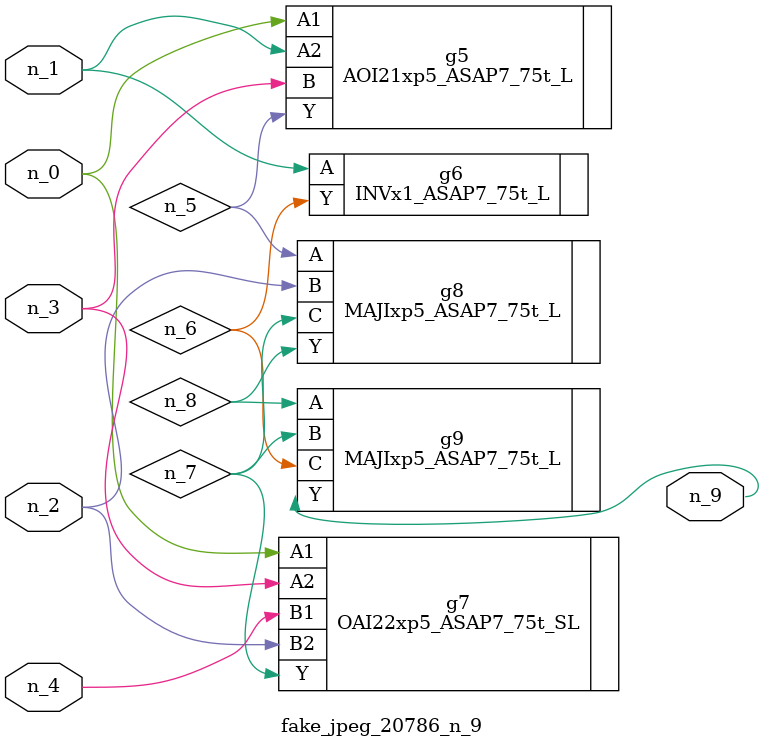
<source format=v>
module fake_jpeg_20786_n_9 (n_3, n_2, n_1, n_0, n_4, n_9);

input n_3;
input n_2;
input n_1;
input n_0;
input n_4;

output n_9;

wire n_8;
wire n_6;
wire n_5;
wire n_7;

AOI21xp5_ASAP7_75t_L g5 ( 
.A1(n_0),
.A2(n_1),
.B(n_3),
.Y(n_5)
);

INVx1_ASAP7_75t_L g6 ( 
.A(n_1),
.Y(n_6)
);

OAI22xp5_ASAP7_75t_SL g7 ( 
.A1(n_0),
.A2(n_3),
.B1(n_4),
.B2(n_2),
.Y(n_7)
);

MAJIxp5_ASAP7_75t_L g8 ( 
.A(n_5),
.B(n_2),
.C(n_7),
.Y(n_8)
);

MAJIxp5_ASAP7_75t_L g9 ( 
.A(n_8),
.B(n_7),
.C(n_6),
.Y(n_9)
);


endmodule
</source>
